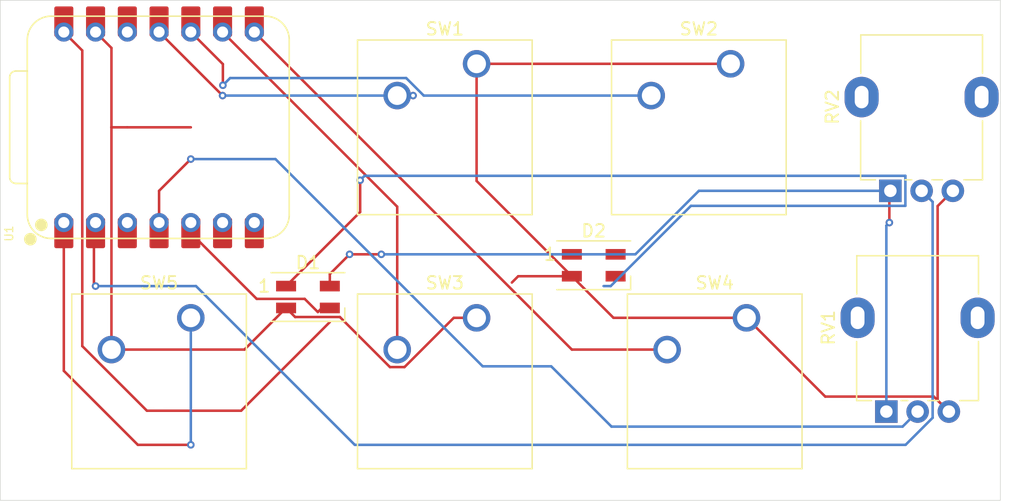
<source format=kicad_pcb>
(kicad_pcb (version 20241229) (generator "pcbnew") (generator_version "9.0")
  (layers (0 "F.Cu" signal) (2 "B.Cu" signal) (13 "F.Paste" user) (15 "B.Paste" user) (5 "F.SilkS" user "F.Silkscreen") (7 "B.SilkS" user "B.Silkscreen") (1 "F.Mask" user) (3 "B.Mask" user) (25 "Edge.Cuts" user))
  (net 0 "")
  (net 1 "Net-(D1-DIN)")
  (net 2 "Net-(D1-DOUT)")
  (net 3 "+5V")
  (net 4 "GND")
  (net 6 "Net-(U1-GPIO29{slash}ADC3{slash}A3)")
  (net 7 "Net-(U1-GPIO3{slash}MOSI)")
  (net 8 "Net-(U1-GPIO4{slash}MISO)")
  (net 9 "Net-(U1-GPIO2{slash}SCK)")
  (net 10 "Net-(U1-GPIO1{slash}RX)")
  (net 11 "Net-(U1-GPIO26{slash}ADC0{slash}A0)")
  (net 16 "Net-(U1-GPIO27{slash}ADC1{slash}A1)")
  (footprint "Button_Switch_Keyboard:SW_Cherry_MX_1.00u_PCB" (layer "F.Cu") (at 157.48 30.48)
    (property "Reference" "SW1" (at -2.54 -2.794 0) (layer "F.SilkS"))
    (property "Value" "SW_Push")
    (fp_line (start -9.525 -1.905) (end 4.445 -1.905) (stroke (width 0.12)) (layer "F.SilkS"))
    (fp_line (start -9.525 12.065) (end -9.525 -1.905) (stroke (width 0.12)) (layer "F.SilkS"))
    (fp_line (start 4.445 -1.905) (end 4.445 12.065) (stroke (width 0.12)) (layer "F.SilkS"))
    (fp_line (start 4.445 12.065) (end -9.525 12.065) (stroke (width 0.12)) (layer "F.SilkS"))
    (pad "" np_thru_hole circle (at -7.62 5.08) (size 1.7 1.7) (drill 1.7) (layers "*.Cu" "*.Mask"))
    (pad "" np_thru_hole circle (at -2.54 5.08) (size 4 4) (drill 4) (layers "*.Cu" "*.Mask"))
    (pad "" np_thru_hole circle (at 2.54 5.08) (size 1.7 1.7) (drill 1.7) (layers "*.Cu" "*.Mask"))
    (pad "1" thru_hole circle (at 0 0) (size 2.2 2.2) (drill 1.5) (layers "*.Cu" "*.Mask") (net 4 "GND"))
    (pad "2" thru_hole circle (at -6.35 2.54) (size 2.2 2.2) (drill 1.5) (layers "*.Cu" "*.Mask") (net 7 "Net-(U1-GPIO3{slash}MOSI)"))
  )
  (footprint "Button_Switch_Keyboard:SW_Cherry_MX_1.00u_PCB" (layer "F.Cu") (at 134.62 50.8)
    (property "Reference" "SW5" (at -2.54 -2.794 0) (layer "F.SilkS"))
    (property "Value" "SW_Push")
    (fp_line (start -9.525 -1.905) (end 4.445 -1.905) (stroke (width 0.12)) (layer "F.SilkS"))
    (fp_line (start -9.525 12.065) (end -9.525 -1.905) (stroke (width 0.12)) (layer "F.SilkS"))
    (fp_line (start 4.445 -1.905) (end 4.445 12.065) (stroke (width 0.12)) (layer "F.SilkS"))
    (fp_line (start 4.445 12.065) (end -9.525 12.065) (stroke (width 0.12)) (layer "F.SilkS"))
    (pad "" np_thru_hole circle (at -7.62 5.08) (size 1.7 1.7) (drill 1.7) (layers "*.Cu" "*.Mask"))
    (pad "" np_thru_hole circle (at -2.54 5.08) (size 4 4) (drill 4) (layers "*.Cu" "*.Mask"))
    (pad "" np_thru_hole circle (at 2.54 5.08) (size 1.7 1.7) (drill 1.7) (layers "*.Cu" "*.Mask"))
    (pad "1" thru_hole circle (at 0 0) (size 2.2 2.2) (drill 1.5) (layers "*.Cu" "*.Mask") (net 11 "Net-(U1-GPIO26{slash}ADC0{slash}A0)"))
    (pad "2" thru_hole circle (at -6.35 2.54) (size 2.2 2.2) (drill 1.5) (layers "*.Cu" "*.Mask") (net 4 "GND"))
  )
  (footprint "Potentiometer_THT:Potentiometer_Alpha_RD901F-40-00D_Single_Vertical" (layer "F.Cu") (at 190.58 40.64 90)
    (property "Reference" "RV2" (at 6.71 -4.64 90) (layer "F.SilkS"))
    (property "Value" "R_Potentiometer")
    (fp_line (start 0.88 -2.38) (end 5.6 -2.38) (stroke (width 0.12)) (layer "F.SilkS"))
    (fp_line (start 9.41 -2.37) (end 12.47 -2.37) (stroke (width 0.12)) (layer "F.SilkS"))
    (fp_line (start 0.88 -1.19) (end 0.88 -2.37) (stroke (width 0.12)) (layer "F.SilkS"))
    (fp_line (start 0.88 1.71) (end 0.88 1.18) (stroke (width 0.12)) (layer "F.SilkS"))
    (fp_line (start 0.88 4.16) (end 0.88 3.33) (stroke (width 0.12)) (layer "F.SilkS"))
    (fp_line (start 12.47 7.37) (end 12.47 -2.37) (stroke (width 0.12)) (layer "F.SilkS"))
    (fp_line (start 9.41 7.37) (end 12.47 7.37) (stroke (width 0.12)) (layer "F.SilkS"))
    (fp_line (start 0.88 7.37) (end 0.88 5.88) (stroke (width 0.12)) (layer "F.SilkS"))
    (fp_line (start 0.88 7.37) (end 5.6 7.37) (stroke (width 0.12)) (layer "F.SilkS"))
    (pad "" thru_hole oval (at 7.5 -2.3 180) (size 2.72 3.24) (drill oval 1.1 1.8) (layers "*.Cu" "*.Mask"))
    (pad "" thru_hole oval (at 7.5 7.3 180) (size 2.72 3.24) (drill oval 1.1 1.8) (layers "*.Cu" "*.Mask"))
    (pad "1" thru_hole rect (at 0 0 180) (size 1.8 1.8) (drill 1) (layers "*.Cu" "*.Mask") (net 3 "+5V"))
    (pad "2" thru_hole circle (at 0 2.5 180) (size 1.8 1.8) (drill 1) (layers "*.Cu" "*.Mask") (net 16 "Net-(U1-GPIO27{slash}ADC1{slash}A1)"))
    (pad "3" thru_hole circle (at 0 5 180) (size 1.8 1.8) (drill 1) (layers "*.Cu" "*.Mask") (net 4 "GND"))
  )
  (footprint "LED_SMD:LED_SK6812MINI_PLCC4_3.5x3.5mm_P1.75mm" (layer "F.Cu") (at 143.99 49.135)
    (property "Reference" "D1" (at 0 -2.75 0) (layer "F.SilkS"))
    (property "Value" "SK6812MINI")
    (fp_line (start -2.95 -1.95) (end 2.95 -1.95) (stroke (width 0.12)) (layer "F.SilkS"))
    (fp_line (start -2.95 1.95) (end 2.95 1.95) (stroke (width 0.12)) (layer "F.SilkS"))
    (fp_line (start 2.95 1.95) (end 2.95 0.875) (stroke (width 0.12)) (layer "F.SilkS"))
    (fp_text user "1" (at -3.5 -0.875 0) (layer "F.SilkS"))
    (pad "1" smd rect (at -1.75 -0.875) (size 1.6 0.85) (layers "F.Cu" "F.Mask" "F.Paste") (net 2 "Net-(D1-DOUT)"))
    (pad "2" smd rect (at -1.75 0.875) (size 1.6 0.85) (layers "F.Cu" "F.Mask" "F.Paste") (net 4 "GND"))
    (pad "3" smd rect (at 1.75 0.875) (size 1.6 0.85) (layers "F.Cu" "F.Mask" "F.Paste") (net 1 "Net-(D1-DIN)"))
    (pad "4" smd rect (at 1.75 -0.875) (size 1.6 0.85) (layers "F.Cu" "F.Mask" "F.Paste") (net 3 "+5V"))
  )
  (footprint "Button_Switch_Keyboard:SW_Cherry_MX_1.00u_PCB" (layer "F.Cu") (at 157.48 50.8)
    (property "Reference" "SW3" (at -2.54 -2.794 0) (layer "F.SilkS"))
    (property "Value" "SW_Push")
    (fp_line (start -9.525 -1.905) (end 4.445 -1.905) (stroke (width 0.12)) (layer "F.SilkS"))
    (fp_line (start -9.525 12.065) (end -9.525 -1.905) (stroke (width 0.12)) (layer "F.SilkS"))
    (fp_line (start 4.445 -1.905) (end 4.445 12.065) (stroke (width 0.12)) (layer "F.SilkS"))
    (fp_line (start 4.445 12.065) (end -9.525 12.065) (stroke (width 0.12)) (layer "F.SilkS"))
    (pad "" np_thru_hole circle (at -7.62 5.08) (size 1.7 1.7) (drill 1.7) (layers "*.Cu" "*.Mask"))
    (pad "" np_thru_hole circle (at -2.54 5.08) (size 4 4) (drill 4) (layers "*.Cu" "*.Mask"))
    (pad "" np_thru_hole circle (at 2.54 5.08) (size 1.7 1.7) (drill 1.7) (layers "*.Cu" "*.Mask"))
    (pad "1" thru_hole circle (at 0 0) (size 2.2 2.2) (drill 1.5) (layers "*.Cu" "*.Mask") (net 4 "GND"))
    (pad "2" thru_hole circle (at -6.35 2.54) (size 2.2 2.2) (drill 1.5) (layers "*.Cu" "*.Mask") (net 9 "Net-(U1-GPIO2{slash}SCK)"))
  )
  (footprint "LED_SMD:LED_SK6812MINI_PLCC4_3.5x3.5mm_P1.75mm" (layer "F.Cu") (at 166.85 46.595)
    (property "Reference" "D2" (at 0 -2.75 0) (layer "F.SilkS"))
    (property "Value" "SK6812MINI")
    (fp_line (start -2.95 -1.95) (end 2.95 -1.95) (stroke (width 0.12)) (layer "F.SilkS"))
    (fp_line (start -2.95 1.95) (end 2.95 1.95) (stroke (width 0.12)) (layer "F.SilkS"))
    (fp_line (start 2.95 1.95) (end 2.95 0.875) (stroke (width 0.12)) (layer "F.SilkS"))
    (fp_text user "1" (at -3.5 -0.875 0) (layer "F.SilkS"))
    (pad "1" smd rect (at -1.75 -0.875) (size 1.6 0.85) (layers "F.Cu" "F.Mask" "F.Paste"))
    (pad "2" smd rect (at -1.75 0.875) (size 1.6 0.85) (layers "F.Cu" "F.Mask" "F.Paste") (net 4 "GND"))
    (pad "3" smd rect (at 1.75 0.875) (size 1.6 0.85) (layers "F.Cu" "F.Mask" "F.Paste") (net 2 "Net-(D1-DOUT)"))
    (pad "4" smd rect (at 1.75 -0.875) (size 1.6 0.85) (layers "F.Cu" "F.Mask" "F.Paste") (net 3 "+5V"))
  )
  (footprint "OPL:XIAO-RP2040-DIP" (layer "F.Cu") (at 132.08 35.56 90)
    (property "Reference" "U1" (at -8.5 -12 90) (layer "F.SilkS") (effects (font (size 0.635 0.635) (thickness 0.1016))))
    (property "Value" "XIAO-RP2040-DIP")
    (fp_line (start -3.991272 -11.951) (end 4.004 -11.951) (stroke (width 0.127)) (layer "F.SilkS"))
    (fp_line (start 4.504 -11.451) (end 4.504 -10.541) (stroke (width 0.127)) (layer "F.SilkS"))
    (fp_line (start 6.985 -10.541) (end -6.985 -10.541) (stroke (width 0.1)) (layer "F.SilkS"))
    (fp_line (start 6.985 -10.541) (end -6.985 -10.541) (stroke (width 0.127)) (layer "F.SilkS"))
    (fp_line (start -4.495 -10.541) (end -4.491272 -11.451272) (stroke (width 0.127)) (layer "F.SilkS"))
    (fp_line (start 8.89 8.509) (end 8.89 -8.636) (stroke (width 0.127)) (layer "F.SilkS"))
    (fp_line (start -8.89 8.509) (end -8.89 -8.636) (stroke (width 0.127)) (layer "F.SilkS"))
    (fp_line (start -6.985 10.414) (end 6.985 10.414) (stroke (width 0.127)) (layer "F.SilkS"))
    (fp_arc (start 4.004 -11.951) (mid 4.357553 -11.804553) (end 4.504 -11.451) (stroke (width 0.127)) (layer "F.SilkS"))
    (fp_arc (start -4.491272 -11.451272) (mid -4.344728 -11.80464) (end -3.991272 -11.951) (stroke (width 0.127)) (layer "F.SilkS"))
    (fp_arc (start 6.985 -10.541) (mid 8.332038 -9.983038) (end 8.89 -8.636) (stroke (width 0.127)) (layer "F.SilkS"))
    (fp_arc (start -8.89 -8.636) (mid -8.332038 -9.983038) (end -6.985 -10.541) (stroke (width 0.127)) (layer "F.SilkS"))
    (fp_arc (start 8.89 8.509) (mid 8.332038 9.856038) (end 6.985 10.414) (stroke (width 0.127)) (layer "F.SilkS"))
    (fp_arc (start -6.985 10.414) (mid -8.332038 9.856038) (end -8.89 8.509) (stroke (width 0.127)) (layer "F.SilkS"))
    (fp_circle (center -8.95 -10.3) (end -8.95 -10.554) (stroke (width 0.5)) (fill yes) (layer "F.SilkS"))
    (fp_circle (center -7.807 -9.42) (end -7.807 -9.674) (stroke (width 0.5)) (fill yes) (layer "F.SilkS"))
    (pad "1" smd roundrect (at -8.455 -7.62 270) (size 2.432 1.524) (layers "F.Cu" "F.Mask") (roundrect_rratio 0.1) (net 11 "Net-(U1-GPIO26{slash}ADC0{slash}A0)"))
    (pad "1" thru_hole circle (at -7.62 -7.62 270) (size 1.524 1.524) (drill 0.889) (layers "*.Cu" "*.Mask") (net 11 "Net-(U1-GPIO26{slash}ADC0{slash}A0)"))
    (pad "2" smd roundrect (at -8.455 -5.08 270) (size 2.432 1.524) (layers "F.Cu" "F.Mask") (roundrect_rratio 0.1) (net 16 "Net-(U1-GPIO27{slash}ADC1{slash}A1)"))
    (pad "2" thru_hole circle (at -7.62 -5.08 270) (size 1.524 1.524) (drill 0.889) (layers "*.Cu" "*.Mask") (net 16 "Net-(U1-GPIO27{slash}ADC1{slash}A1)"))
    (pad "3" smd roundrect (at -8.455 -2.54 270) (size 2.432 1.524) (layers "F.Cu" "F.Mask") (roundrect_rratio 0.1))
    (pad "3" thru_hole circle (at -7.62 -2.54 270) (size 1.524 1.524) (drill 0.889) (layers "*.Cu" "*.Mask"))
    (pad "4" smd roundrect (at -8.455 0 270) (size 2.432 1.524) (layers "F.Cu" "F.Mask") (roundrect_rratio 0.1) (net 6 "Net-(U1-GPIO29{slash}ADC3{slash}A3)"))
    (pad "4" thru_hole circle (at -7.62 0 270) (size 1.524 1.524) (drill 0.889) (layers "*.Cu" "*.Mask") (net 6 "Net-(U1-GPIO29{slash}ADC3{slash}A3)"))
    (pad "5" smd roundrect (at -8.455 2.54 270) (size 2.432 1.524) (layers "F.Cu" "F.Mask") (roundrect_rratio 0.1) (net 1 "Net-(D1-DIN)"))
    (pad "5" thru_hole circle (at -7.62 2.54 270) (size 1.524 1.524) (drill 0.889) (layers "*.Cu" "*.Mask") (net 1 "Net-(D1-DIN)"))
    (pad "6" smd roundrect (at -8.455 5.08 270) (size 2.432 1.524) (layers "F.Cu" "F.Mask") (roundrect_rratio 0.1))
    (pad "6" thru_hole circle (at -7.62 5.08 270) (size 1.524 1.524) (drill 0.889) (layers "*.Cu" "*.Mask"))
    (pad "7" smd roundrect (at -8.455 7.62 270) (size 2.432 1.524) (layers "F.Cu" "F.Mask") (roundrect_rratio 0.1))
    (pad "7" thru_hole circle (at -7.62 7.62 270) (size 1.524 1.524) (drill 0.889) (layers "*.Cu" "*.Mask"))
    (pad "8" thru_hole circle (at 7.62 7.62 90) (size 1.524 1.524) (drill 0.889) (layers "*.Cu" "*.Mask") (net 10 "Net-(U1-GPIO1{slash}RX)"))
    (pad "8" smd roundrect (at 8.455 7.62 90) (size 2.432 1.524) (layers "F.Cu" "F.Mask") (roundrect_rratio 0.1) (net 10 "Net-(U1-GPIO1{slash}RX)"))
    (pad "9" thru_hole circle (at 7.62 5.08 90) (size 1.524 1.524) (drill 0.889) (layers "*.Cu" "*.Mask") (net 9 "Net-(U1-GPIO2{slash}SCK)"))
    (pad "9" smd roundrect (at 8.455 5.08 90) (size 2.432 1.524) (layers "F.Cu" "F.Mask") (roundrect_rratio 0.1) (net 9 "Net-(U1-GPIO2{slash}SCK)"))
    (pad "10" thru_hole circle (at 7.62 2.54 90) (size 1.524 1.524) (drill 0.889) (layers "*.Cu" "*.Mask") (net 8 "Net-(U1-GPIO4{slash}MISO)"))
    (pad "10" smd roundrect (at 8.455 2.54 90) (size 2.432 1.524) (layers "F.Cu" "F.Mask") (roundrect_rratio 0.1) (net 8 "Net-(U1-GPIO4{slash}MISO)"))
    (pad "11" thru_hole circle (at 7.62 0 90) (size 1.524 1.524) (drill 0.889) (layers "*.Cu" "*.Mask") (net 7 "Net-(U1-GPIO3{slash}MOSI)"))
    (pad "11" smd roundrect (at 8.455 0 90) (size 2.432 1.524) (layers "F.Cu" "F.Mask") (roundrect_rratio 0.1) (net 7 "Net-(U1-GPIO3{slash}MOSI)"))
    (pad "12" thru_hole circle (at 7.62 -2.54 90) (size 1.524 1.524) (drill 0.889) (layers "*.Cu" "*.Mask"))
    (pad "12" smd roundrect (at 8.455 -2.54 90) (size 2.432 1.524) (layers "F.Cu" "F.Mask") (roundrect_rratio 0.1))
    (pad "13" thru_hole circle (at 7.62 -5.08 90) (size 1.524 1.524) (drill 0.889) (layers "*.Cu" "*.Mask") (net 4 "GND"))
    (pad "13" smd roundrect (at 8.455 -5.08 90) (size 2.432 1.524) (layers "F.Cu" "F.Mask") (roundrect_rratio 0.1) (net 4 "GND"))
    (pad "14" thru_hole circle (at 7.62 -7.62 90) (size 1.524 1.524) (drill 0.889) (layers "*.Cu" "*.Mask") (net 3 "+5V"))
    (pad "14" smd roundrect (at 8.455 -7.62 90) (size 2.432 1.524) (layers "F.Cu" "F.Mask") (roundrect_rratio 0.1) (net 3 "+5V"))
  )
  (footprint "Button_Switch_Keyboard:SW_Cherry_MX_1.00u_PCB" (layer "F.Cu") (at 177.8 30.48)
    (property "Reference" "SW2" (at -2.54 -2.794 0) (layer "F.SilkS"))
    (property "Value" "SW_Push")
    (fp_line (start -9.525 -1.905) (end 4.445 -1.905) (stroke (width 0.12)) (layer "F.SilkS"))
    (fp_line (start -9.525 12.065) (end -9.525 -1.905) (stroke (width 0.12)) (layer "F.SilkS"))
    (fp_line (start 4.445 -1.905) (end 4.445 12.065) (stroke (width 0.12)) (layer "F.SilkS"))
    (fp_line (start 4.445 12.065) (end -9.525 12.065) (stroke (width 0.12)) (layer "F.SilkS"))
    (pad "" np_thru_hole circle (at -7.62 5.08) (size 1.7 1.7) (drill 1.7) (layers "*.Cu" "*.Mask"))
    (pad "" np_thru_hole circle (at -2.54 5.08) (size 4 4) (drill 4) (layers "*.Cu" "*.Mask"))
    (pad "" np_thru_hole circle (at 2.54 5.08) (size 1.7 1.7) (drill 1.7) (layers "*.Cu" "*.Mask"))
    (pad "1" thru_hole circle (at 0 0) (size 2.2 2.2) (drill 1.5) (layers "*.Cu" "*.Mask") (net 4 "GND"))
    (pad "2" thru_hole circle (at -6.35 2.54) (size 2.2 2.2) (drill 1.5) (layers "*.Cu" "*.Mask") (net 8 "Net-(U1-GPIO4{slash}MISO)"))
  )
  (footprint "Button_Switch_Keyboard:SW_Cherry_MX_1.00u_PCB" (layer "F.Cu") (at 179.07 50.8)
    (property "Reference" "SW4" (at -2.54 -2.794 0) (layer "F.SilkS"))
    (property "Value" "SW_Push")
    (fp_line (start -9.525 -1.905) (end 4.445 -1.905) (stroke (width 0.12)) (layer "F.SilkS"))
    (fp_line (start -9.525 12.065) (end -9.525 -1.905) (stroke (width 0.12)) (layer "F.SilkS"))
    (fp_line (start 4.445 -1.905) (end 4.445 12.065) (stroke (width 0.12)) (layer "F.SilkS"))
    (fp_line (start 4.445 12.065) (end -9.525 12.065) (stroke (width 0.12)) (layer "F.SilkS"))
    (pad "" np_thru_hole circle (at -7.62 5.08) (size 1.7 1.7) (drill 1.7) (layers "*.Cu" "*.Mask"))
    (pad "" np_thru_hole circle (at -2.54 5.08) (size 4 4) (drill 4) (layers "*.Cu" "*.Mask"))
    (pad "" np_thru_hole circle (at 2.54 5.08) (size 1.7 1.7) (drill 1.7) (layers "*.Cu" "*.Mask"))
    (pad "1" thru_hole circle (at 0 0) (size 2.2 2.2) (drill 1.5) (layers "*.Cu" "*.Mask") (net 4 "GND"))
    (pad "2" thru_hole circle (at -6.35 2.54) (size 2.2 2.2) (drill 1.5) (layers "*.Cu" "*.Mask") (net 10 "Net-(U1-GPIO1{slash}RX)"))
  )
  (footprint "Potentiometer_THT:Potentiometer_Alpha_RD901F-40-00D_Single_Vertical" (layer "F.Cu") (at 190.26 58.3 90)
    (property "Reference" "RV1" (at 6.71 -4.64 90) (layer "F.SilkS"))
    (property "Value" "R_Potentiometer")
    (fp_line (start 0.88 -2.38) (end 5.6 -2.38) (stroke (width 0.12)) (layer "F.SilkS"))
    (fp_line (start 9.41 -2.37) (end 12.47 -2.37) (stroke (width 0.12)) (layer "F.SilkS"))
    (fp_line (start 0.88 -1.19) (end 0.88 -2.37) (stroke (width 0.12)) (layer "F.SilkS"))
    (fp_line (start 0.88 1.71) (end 0.88 1.18) (stroke (width 0.12)) (layer "F.SilkS"))
    (fp_line (start 0.88 4.16) (end 0.88 3.33) (stroke (width 0.12)) (layer "F.SilkS"))
    (fp_line (start 12.47 7.37) (end 12.47 -2.37) (stroke (width 0.12)) (layer "F.SilkS"))
    (fp_line (start 9.41 7.37) (end 12.47 7.37) (stroke (width 0.12)) (layer "F.SilkS"))
    (fp_line (start 0.88 7.37) (end 0.88 5.88) (stroke (width 0.12)) (layer "F.SilkS"))
    (fp_line (start 0.88 7.37) (end 5.6 7.37) (stroke (width 0.12)) (layer "F.SilkS"))
    (pad "" thru_hole oval (at 7.5 -2.3 180) (size 2.72 3.24) (drill oval 1.1 1.8) (layers "*.Cu" "*.Mask"))
    (pad "" thru_hole oval (at 7.5 7.3 180) (size 2.72 3.24) (drill oval 1.1 1.8) (layers "*.Cu" "*.Mask"))
    (pad "1" thru_hole rect (at 0 0 180) (size 1.8 1.8) (drill 1) (layers "*.Cu" "*.Mask") (net 3 "+5V"))
    (pad "2" thru_hole circle (at 0 2.5 180) (size 1.8 1.8) (drill 1) (layers "*.Cu" "*.Mask") (net 6 "Net-(U1-GPIO29{slash}ADC3{slash}A3)"))
    (pad "3" thru_hole circle (at 0 5 180) (size 1.8 1.8) (drill 1) (layers "*.Cu" "*.Mask") (net 4 "GND"))
  )
  (gr_rect (start 119.38 25.4) (end 199.38 65.4) (stroke (width 0.05)) (fill no) (layer "Edge.Cuts"))
  (segment (start 139.889 49.284) (end 143.729 49.284) (width 0.2) (layer "F.Cu") (net 1))
  (segment (start 143.729 49.284) (end 144.78 50.335) (width 0.2) (layer "F.Cu") (net 1))
  (segment (start 134.62 44.015) (end 139.889 49.284) (width 0.2) (layer "F.Cu") (net 1))
  (segment (start 145.105 50.01) (end 145.74 50.01) (width 0.2) (layer "F.Cu") (net 1))
  (segment (start 144.78 50.335) (end 145.105 50.01) (width 0.2) (layer "F.Cu") (net 1))
  (segment (start 142.24 48.26) (end 148.165735 42.334265) (width 0.2) (layer "F.Cu") (net 2))
  (segment (start 148.165735 42.334265) (end 148.165735 39.794265) (width 0.2) (layer "F.Cu") (net 2))
  (via (at 148.165735 39.794265) (size 0.6) (drill 0.3) (layers "F.Cu" "B.Cu") (net 2))
  (segment (start 167.64 48.26) (end 168.2071 48.26) (width 0.2) (layer "B.Cu") (net 2))
  (segment (start 191.781 39.439) (end 191.781 41.841) (width 0.2) (layer "B.Cu") (net 2))
  (segment (start 148.521 39.439) (end 191.781 39.439) (width 0.2) (layer "B.Cu") (net 2))
  (segment (start 148.165735 39.794265) (end 148.521 39.439) (width 0.2) (layer "B.Cu") (net 2))
  (segment (start 174.6261 41.841) (end 168.2071 48.26) (width 0.2) (layer "B.Cu") (net 2))
  (segment (start 191.781 41.841) (end 174.6261 41.841) (width 0.2) (layer "B.Cu") (net 2))
  (segment (start 145.74 47.3) (end 147.32 45.72) (width 0.2) (layer "F.Cu") (net 3))
  (segment (start 125.937 53.061816) (end 131.106184 58.231) (width 0.2) (layer "F.Cu") (net 3))
  (segment (start 145.74 48.26) (end 145.74 47.3) (width 0.2) (layer "F.Cu") (net 3))
  (segment (start 125.937 29.417) (end 125.937 53.061816) (width 0.2) (layer "F.Cu") (net 3))
  (segment (start 190.5 40.64) (end 190.5 43.18) (width 0.2) (layer "F.Cu") (net 3))
  (segment (start 147.32 45.72) (end 149.86 45.72) (width 0.2) (layer "F.Cu") (net 3))
  (segment (start 131.106184 58.231) (end 138.646 58.231) (width 0.2) (layer "F.Cu") (net 3))
  (segment (start 124.46 27.94) (end 125.937 29.417) (width 0.2) (layer "F.Cu") (net 3))
  (segment (start 138.646 58.231) (end 145.74 51.137) (width 0.2) (layer "F.Cu") (net 3))
  (segment (start 190.58 40.64) (end 190.5 40.64) (width 0.2) (layer "F.Cu") (net 3))
  (via (at 190.5 43.18) (size 0.6) (drill 0.3) (layers "F.Cu" "B.Cu") (net 3))
  (via (at 147.32 45.72) (size 0.6) (drill 0.3) (layers "F.Cu" "B.Cu") (net 3))
  (via (at 149.86 45.72) (size 0.6) (drill 0.3) (layers "F.Cu" "B.Cu") (net 3))
  (segment (start 149.86 45.72) (end 170.18 45.72) (width 0.2) (layer "B.Cu") (net 3))
  (segment (start 175.26 40.64) (end 190.58 40.64) (width 0.2) (layer "B.Cu") (net 3))
  (segment (start 190.5 43.18) (end 190.26 43.42) (width 0.2) (layer "B.Cu") (net 3))
  (segment (start 190.26 43.42) (end 190.26 58.3) (width 0.2) (layer "B.Cu") (net 3))
  (segment (start 170.18 45.72) (end 175.26 40.64) (width 0.2) (layer "B.Cu") (net 3))
  (segment (start 165.1 47.47) (end 160.81 47.47) (width 0.2) (layer "F.Cu") (net 4))
  (segment (start 150.549686 54.741) (end 146.544686 50.736) (width 0.2) (layer "F.Cu") (net 4))
  (segment (start 157.48 39.85) (end 165.1 47.47) (width 0.2) (layer "F.Cu") (net 4))
  (segment (start 157.48 30.48) (end 177.8 30.48) (width 0.2) (layer "F.Cu") (net 4))
  (segment (start 128.27 35.56) (end 128.27 29.21) (width 0.2) (layer "F.Cu") (net 4))
  (segment (start 142.24 50.01) (end 138.91 53.34) (width 0.2) (layer "F.Cu") (net 4))
  (segment (start 142.966 50.736) (end 142.24 50.01) (width 0.2) (layer "F.Cu") (net 4))
  (segment (start 157.48 30.48) (end 157.48 39.85) (width 0.2) (layer "F.Cu") (net 4))
  (segment (start 155.651314 50.8) (end 151.710314 54.741) (width 0.2) (layer "F.Cu") (net 4))
  (segment (start 128.27 53.34) (end 128.27 35.56) (width 0.2) (layer "F.Cu") (net 4))
  (segment (start 146.544686 50.736) (end 142.966 50.736) (width 0.2) (layer "F.Cu") (net 4))
  (segment (start 160.81 47.47) (end 160.30355 47.97645) (width 0.2) (layer "F.Cu") (net 4))
  (segment (start 194.361 57.401) (end 194.361 41.859) (width 0.2) (layer "F.Cu") (net 4))
  (segment (start 151.710314 54.741) (end 150.549686 54.741) (width 0.2) (layer "F.Cu") (net 4))
  (segment (start 165.1 47.47) (end 168.43 50.8) (width 0.2) (layer "F.Cu") (net 4))
  (segment (start 157.48 50.8) (end 155.651314 50.8) (width 0.2) (layer "F.Cu") (net 4))
  (segment (start 194.059 57.099) (end 195.26 58.3) (width 0.2) (layer "F.Cu") (net 4))
  (segment (start 138.91 53.34) (end 128.27 53.34) (width 0.2) (layer "F.Cu") (net 4))
  (segment (start 194.361 41.859) (end 195.58 40.64) (width 0.2) (layer "F.Cu") (net 4))
  (segment (start 128.27 29.21) (end 127 27.94) (width 0.2) (layer "F.Cu") (net 4))
  (segment (start 179.07 50.8) (end 185.369 57.099) (width 0.2) (layer "F.Cu") (net 4))
  (segment (start 128.27 35.56) (end 129.54 35.56) (width 0.2) (layer "F.Cu") (net 4))
  (segment (start 185.369 57.099) (end 194.059 57.099) (width 0.2) (layer "F.Cu") (net 4))
  (segment (start 195.26 58.3) (end 194.361 57.401) (width 0.2) (layer "F.Cu") (net 4))
  (segment (start 129.54 35.56) (end 134.62 35.56) (width 0.2) (layer "F.Cu") (net 4))
  (segment (start 168.43 50.8) (end 179.07 50.8) (width 0.2) (layer "F.Cu") (net 4))
  (segment (start 132.08 40.64) (end 134.62 38.1) (width 0.2) (layer "F.Cu") (net 6))
  (segment (start 132.08 44.015) (end 132.08 40.64) (width 0.2) (layer "F.Cu") (net 6))
  (via (at 134.62 38.1) (size 0.6) (drill 0.3) (layers "F.Cu" "B.Cu") (net 6))
  (segment (start 157.969057 54.679) (end 163.449057 54.679) (width 0.2) (layer "B.Cu") (net 6))
  (segment (start 168.271057 59.501) (end 191.559 59.501) (width 0.2) (layer "B.Cu") (net 6))
  (segment (start 191.559 59.501) (end 192.76 58.3) (width 0.2) (layer "B.Cu") (net 6))
  (segment (start 141.390057 38.1) (end 157.969057 54.679) (width 0.2) (layer "B.Cu") (net 6))
  (segment (start 134.62 38.1) (end 141.390057 38.1) (width 0.2) (layer "B.Cu") (net 6))
  (segment (start 163.449057 54.679) (end 168.271057 59.501) (width 0.2) (layer "B.Cu") (net 6))
  (segment (start 132.08 27.94) (end 137.16 33.02) (width 0.2) (layer "F.Cu") (net 7))
  (via (at 137.16 33.02) (size 0.6) (drill 0.3) (layers "F.Cu" "B.Cu") (net 7))
  (via (at 152.4 33.02) (size 0.6) (drill 0.3) (layers "F.Cu" "B.Cu") (net 7))
  (segment (start 137.16 33.02) (end 152.4 33.02) (width 0.2) (layer "B.Cu") (net 7))
  (segment (start 134.62 27.94) (end 137.184263 30.504263) (width 0.2) (layer "F.Cu") (net 8))
  (segment (start 137.184263 30.504263) (end 137.184263 32.195734) (width 0.2) (layer "F.Cu") (net 8))
  (via (at 137.184263 32.195734) (size 0.6) (drill 0.3) (layers "F.Cu" "B.Cu") (net 8))
  (segment (start 151.848943 31.619) (end 153.249943 33.02) (width 0.2) (layer "B.Cu") (net 8))
  (segment (start 137.184263 32.195734) (end 137.760997 31.619) (width 0.2) (layer "B.Cu") (net 8))
  (segment (start 137.760997 31.619) (end 151.848943 31.619) (width 0.2) (layer "B.Cu") (net 8))
  (segment (start 153.249943 33.02) (end 171.45 33.02) (width 0.2) (layer "B.Cu") (net 8))
  (segment (start 137.16 27.94) (end 151.13 41.91) (width 0.2) (layer "F.Cu") (net 9))
  (segment (start 151.13 41.91) (end 151.13 53.34) (width 0.2) (layer "F.Cu") (net 9))
  (segment (start 139.7 27.94) (end 165.1 53.34) (width 0.2) (layer "F.Cu") (net 10))
  (segment (start 165.1 53.34) (end 172.72 53.34) (width 0.2) (layer "F.Cu") (net 10))
  (segment (start 139.7 27.94) (end 139.7 27.105) (width 0.2) (layer "F.Cu") (net 10))
  (segment (start 130.38153 60.96) (end 134.62 60.96) (width 0.2) (layer "F.Cu") (net 11))
  (segment (start 124.46 44.015) (end 124.46 55.03847) (width 0.2) (layer "F.Cu") (net 11))
  (segment (start 124.46 55.03847) (end 130.38153 60.96) (width 0.2) (layer "F.Cu") (net 11))
  (via (at 134.62 60.96) (size 0.6) (drill 0.3) (layers "F.Cu" "B.Cu") (net 11))
  (segment (start 134.62 60.96) (end 134.62 50.8) (width 0.2) (layer "B.Cu") (net 11))
  (segment (start 126.869 43.311) (end 126.869 48.129) (width 0.2) (layer "F.Cu") (net 16))
  (segment (start 127 43.18) (end 126.869 43.311) (width 0.2) (layer "F.Cu") (net 16))
  (segment (start 126.869 48.129) (end 127 48.26) (width 0.2) (layer "F.Cu") (net 16))
  (via (at 127 48.26) (size 0.6) (drill 0.3) (layers "F.Cu" "B.Cu") (net 16))
  (segment (start 191.798471 60.96) (end 193.961 58.797471) (width 0.2) (layer "B.Cu") (net 16))
  (segment (start 127 48.26) (end 135.034 48.26) (width 0.2) (layer "B.Cu") (net 16))
  (segment (start 135.034 48.26) (end 147.734 60.96) (width 0.2) (layer "B.Cu") (net 16))
  (segment (start 193.961 58.797471) (end 193.961 41.521) (width 0.2) (layer "B.Cu") (net 16))
  (segment (start 193.961 41.521) (end 193.08 40.64) (width 0.2) (layer "B.Cu") (net 16))
  (segment (start 147.734 60.96) (end 191.798471 60.96) (width 0.2) (layer "B.Cu") (net 16))
)
</source>
